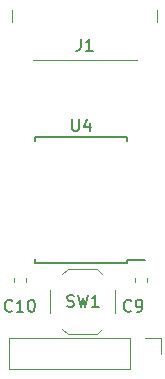
<source format=gbr>
G04 #@! TF.GenerationSoftware,KiCad,Pcbnew,5.0.2+dfsg1-1*
G04 #@! TF.CreationDate,2019-02-05T15:33:20+03:00*
G04 #@! TF.ProjectId,EvilKeys,4576696c-4b65-4797-932e-6b696361645f,1.0*
G04 #@! TF.SameCoordinates,PX7bfa480PY42c1d80*
G04 #@! TF.FileFunction,Legend,Top*
G04 #@! TF.FilePolarity,Positive*
%FSLAX46Y46*%
G04 Gerber Fmt 4.6, Leading zero omitted, Abs format (unit mm)*
G04 Created by KiCad (PCBNEW 5.0.2+dfsg1-1) date Tue 05 Feb 2019 03:33:20 PM MSK*
%MOMM*%
%LPD*%
G01*
G04 APERTURE LIST*
%ADD10C,0.120000*%
%ADD11C,0.150000*%
%ADD12R,1.800000X1.800000*%
%ADD13O,1.800000X1.800000*%
%ADD14R,1.200000X2.600000*%
%ADD15O,2.000000X3.600000*%
%ADD16C,1.200000*%
%ADD17C,0.100000*%
%ADD18C,0.975000*%
%ADD19R,1.600000X0.700000*%
%ADD20R,1.800000X1.100000*%
G04 APERTURE END LIST*
D10*
G04 #@! TO.C,CON1*
X1110000Y-27770000D02*
X1110000Y-30430000D01*
X11330000Y-27770000D02*
X1110000Y-27770000D01*
X11330000Y-30430000D02*
X1110000Y-30430000D01*
X11330000Y-27770000D02*
X11330000Y-30430000D01*
X12600000Y-27770000D02*
X13930000Y-27770000D01*
X13930000Y-27770000D02*
X13930000Y-29100000D01*
G04 #@! TO.C,J1*
X3100000Y-4220000D02*
X11900000Y-4220000D01*
X1355000Y-1050000D02*
X1355000Y0D01*
X13645000Y-1050000D02*
X13645000Y0D01*
G04 #@! TO.C,C9*
X12810000Y-22737221D02*
X12810000Y-23062779D01*
X11790000Y-22737221D02*
X11790000Y-23062779D01*
D11*
G04 #@! TO.C,U4*
X11075000Y-21425000D02*
X11075000Y-21150000D01*
X3325000Y-21425000D02*
X3325000Y-21070000D01*
X3325000Y-10775000D02*
X3325000Y-11130000D01*
X11075000Y-10775000D02*
X11075000Y-11130000D01*
X11075000Y-21425000D02*
X3325000Y-21425000D01*
X11075000Y-10775000D02*
X3325000Y-10775000D01*
X11075000Y-21150000D02*
X12600000Y-21150000D01*
D10*
G04 #@! TO.C,SW1*
X5600000Y-27000000D02*
X6050000Y-27450000D01*
X9000000Y-27000000D02*
X8550000Y-27450000D01*
X9000000Y-22400000D02*
X8550000Y-21950000D01*
X5600000Y-22400000D02*
X6050000Y-21950000D01*
X10050000Y-23700000D02*
X10050000Y-25700000D01*
X6050000Y-27450000D02*
X8550000Y-27450000D01*
X4550000Y-23700000D02*
X4550000Y-25700000D01*
X6050000Y-21950000D02*
X8550000Y-21950000D01*
G04 #@! TO.C,C10*
X1490000Y-23062779D02*
X1490000Y-22737221D01*
X2510000Y-23062779D02*
X2510000Y-22737221D01*
G04 #@! TO.C,J1*
D11*
X7166666Y-2452380D02*
X7166666Y-3166666D01*
X7119047Y-3309523D01*
X7023809Y-3404761D01*
X6880952Y-3452380D01*
X6785714Y-3452380D01*
X8166666Y-3452380D02*
X7595238Y-3452380D01*
X7880952Y-3452380D02*
X7880952Y-2452380D01*
X7785714Y-2595238D01*
X7690476Y-2690476D01*
X7595238Y-2738095D01*
G04 #@! TO.C,C9*
X11433333Y-25457142D02*
X11385714Y-25504761D01*
X11242857Y-25552380D01*
X11147619Y-25552380D01*
X11004761Y-25504761D01*
X10909523Y-25409523D01*
X10861904Y-25314285D01*
X10814285Y-25123809D01*
X10814285Y-24980952D01*
X10861904Y-24790476D01*
X10909523Y-24695238D01*
X11004761Y-24600000D01*
X11147619Y-24552380D01*
X11242857Y-24552380D01*
X11385714Y-24600000D01*
X11433333Y-24647619D01*
X11909523Y-25552380D02*
X12100000Y-25552380D01*
X12195238Y-25504761D01*
X12242857Y-25457142D01*
X12338095Y-25314285D01*
X12385714Y-25123809D01*
X12385714Y-24742857D01*
X12338095Y-24647619D01*
X12290476Y-24600000D01*
X12195238Y-24552380D01*
X12004761Y-24552380D01*
X11909523Y-24600000D01*
X11861904Y-24647619D01*
X11814285Y-24742857D01*
X11814285Y-24980952D01*
X11861904Y-25076190D01*
X11909523Y-25123809D01*
X12004761Y-25171428D01*
X12195238Y-25171428D01*
X12290476Y-25123809D01*
X12338095Y-25076190D01*
X12385714Y-24980952D01*
G04 #@! TO.C,U4*
X6438095Y-9252380D02*
X6438095Y-10061904D01*
X6485714Y-10157142D01*
X6533333Y-10204761D01*
X6628571Y-10252380D01*
X6819047Y-10252380D01*
X6914285Y-10204761D01*
X6961904Y-10157142D01*
X7009523Y-10061904D01*
X7009523Y-9252380D01*
X7914285Y-9585714D02*
X7914285Y-10252380D01*
X7676190Y-9204761D02*
X7438095Y-9919047D01*
X8057142Y-9919047D01*
G04 #@! TO.C,SW1*
X6016666Y-25104761D02*
X6159523Y-25152380D01*
X6397619Y-25152380D01*
X6492857Y-25104761D01*
X6540476Y-25057142D01*
X6588095Y-24961904D01*
X6588095Y-24866666D01*
X6540476Y-24771428D01*
X6492857Y-24723809D01*
X6397619Y-24676190D01*
X6207142Y-24628571D01*
X6111904Y-24580952D01*
X6064285Y-24533333D01*
X6016666Y-24438095D01*
X6016666Y-24342857D01*
X6064285Y-24247619D01*
X6111904Y-24200000D01*
X6207142Y-24152380D01*
X6445238Y-24152380D01*
X6588095Y-24200000D01*
X6921428Y-24152380D02*
X7159523Y-25152380D01*
X7350000Y-24438095D01*
X7540476Y-25152380D01*
X7778571Y-24152380D01*
X8683333Y-25152380D02*
X8111904Y-25152380D01*
X8397619Y-25152380D02*
X8397619Y-24152380D01*
X8302380Y-24295238D01*
X8207142Y-24390476D01*
X8111904Y-24438095D01*
G04 #@! TO.C,C10*
X1357142Y-25457142D02*
X1309523Y-25504761D01*
X1166666Y-25552380D01*
X1071428Y-25552380D01*
X928571Y-25504761D01*
X833333Y-25409523D01*
X785714Y-25314285D01*
X738095Y-25123809D01*
X738095Y-24980952D01*
X785714Y-24790476D01*
X833333Y-24695238D01*
X928571Y-24600000D01*
X1071428Y-24552380D01*
X1166666Y-24552380D01*
X1309523Y-24600000D01*
X1357142Y-24647619D01*
X2309523Y-25552380D02*
X1738095Y-25552380D01*
X2023809Y-25552380D02*
X2023809Y-24552380D01*
X1928571Y-24695238D01*
X1833333Y-24790476D01*
X1738095Y-24838095D01*
X2928571Y-24552380D02*
X3023809Y-24552380D01*
X3119047Y-24600000D01*
X3166666Y-24647619D01*
X3214285Y-24742857D01*
X3261904Y-24933333D01*
X3261904Y-25171428D01*
X3214285Y-25361904D01*
X3166666Y-25457142D01*
X3119047Y-25504761D01*
X3023809Y-25552380D01*
X2928571Y-25552380D01*
X2833333Y-25504761D01*
X2785714Y-25457142D01*
X2738095Y-25361904D01*
X2690476Y-25171428D01*
X2690476Y-24933333D01*
X2738095Y-24742857D01*
X2785714Y-24647619D01*
X2833333Y-24600000D01*
X2928571Y-24552380D01*
G04 #@! TD*
%LPC*%
D12*
G04 #@! TO.C,CON1*
X12600000Y-29100000D03*
D13*
X10060000Y-29100000D03*
X7520000Y-29100000D03*
X4980000Y-29100000D03*
X2440000Y-29100000D03*
G04 #@! TD*
D14*
G04 #@! TO.C,J1*
X6500000Y-5850000D03*
X8500000Y-5850000D03*
X4000000Y-5850000D03*
X11000000Y-5850000D03*
D15*
X1800000Y-3100000D03*
X13200000Y-3100000D03*
D16*
X5200000Y-3100000D03*
X9800000Y-3100000D03*
G04 #@! TD*
D17*
G04 #@! TO.C,C9*
G36*
X12605142Y-21626174D02*
X12628803Y-21629684D01*
X12652007Y-21635496D01*
X12674529Y-21643554D01*
X12696153Y-21653782D01*
X12716670Y-21666079D01*
X12735883Y-21680329D01*
X12753607Y-21696393D01*
X12769671Y-21714117D01*
X12783921Y-21733330D01*
X12796218Y-21753847D01*
X12806446Y-21775471D01*
X12814504Y-21797993D01*
X12820316Y-21821197D01*
X12823826Y-21844858D01*
X12825000Y-21868750D01*
X12825000Y-22356250D01*
X12823826Y-22380142D01*
X12820316Y-22403803D01*
X12814504Y-22427007D01*
X12806446Y-22449529D01*
X12796218Y-22471153D01*
X12783921Y-22491670D01*
X12769671Y-22510883D01*
X12753607Y-22528607D01*
X12735883Y-22544671D01*
X12716670Y-22558921D01*
X12696153Y-22571218D01*
X12674529Y-22581446D01*
X12652007Y-22589504D01*
X12628803Y-22595316D01*
X12605142Y-22598826D01*
X12581250Y-22600000D01*
X12018750Y-22600000D01*
X11994858Y-22598826D01*
X11971197Y-22595316D01*
X11947993Y-22589504D01*
X11925471Y-22581446D01*
X11903847Y-22571218D01*
X11883330Y-22558921D01*
X11864117Y-22544671D01*
X11846393Y-22528607D01*
X11830329Y-22510883D01*
X11816079Y-22491670D01*
X11803782Y-22471153D01*
X11793554Y-22449529D01*
X11785496Y-22427007D01*
X11779684Y-22403803D01*
X11776174Y-22380142D01*
X11775000Y-22356250D01*
X11775000Y-21868750D01*
X11776174Y-21844858D01*
X11779684Y-21821197D01*
X11785496Y-21797993D01*
X11793554Y-21775471D01*
X11803782Y-21753847D01*
X11816079Y-21733330D01*
X11830329Y-21714117D01*
X11846393Y-21696393D01*
X11864117Y-21680329D01*
X11883330Y-21666079D01*
X11903847Y-21653782D01*
X11925471Y-21643554D01*
X11947993Y-21635496D01*
X11971197Y-21629684D01*
X11994858Y-21626174D01*
X12018750Y-21625000D01*
X12581250Y-21625000D01*
X12605142Y-21626174D01*
X12605142Y-21626174D01*
G37*
D18*
X12300000Y-22112500D03*
D17*
G36*
X12605142Y-23201174D02*
X12628803Y-23204684D01*
X12652007Y-23210496D01*
X12674529Y-23218554D01*
X12696153Y-23228782D01*
X12716670Y-23241079D01*
X12735883Y-23255329D01*
X12753607Y-23271393D01*
X12769671Y-23289117D01*
X12783921Y-23308330D01*
X12796218Y-23328847D01*
X12806446Y-23350471D01*
X12814504Y-23372993D01*
X12820316Y-23396197D01*
X12823826Y-23419858D01*
X12825000Y-23443750D01*
X12825000Y-23931250D01*
X12823826Y-23955142D01*
X12820316Y-23978803D01*
X12814504Y-24002007D01*
X12806446Y-24024529D01*
X12796218Y-24046153D01*
X12783921Y-24066670D01*
X12769671Y-24085883D01*
X12753607Y-24103607D01*
X12735883Y-24119671D01*
X12716670Y-24133921D01*
X12696153Y-24146218D01*
X12674529Y-24156446D01*
X12652007Y-24164504D01*
X12628803Y-24170316D01*
X12605142Y-24173826D01*
X12581250Y-24175000D01*
X12018750Y-24175000D01*
X11994858Y-24173826D01*
X11971197Y-24170316D01*
X11947993Y-24164504D01*
X11925471Y-24156446D01*
X11903847Y-24146218D01*
X11883330Y-24133921D01*
X11864117Y-24119671D01*
X11846393Y-24103607D01*
X11830329Y-24085883D01*
X11816079Y-24066670D01*
X11803782Y-24046153D01*
X11793554Y-24024529D01*
X11785496Y-24002007D01*
X11779684Y-23978803D01*
X11776174Y-23955142D01*
X11775000Y-23931250D01*
X11775000Y-23443750D01*
X11776174Y-23419858D01*
X11779684Y-23396197D01*
X11785496Y-23372993D01*
X11793554Y-23350471D01*
X11803782Y-23328847D01*
X11816079Y-23308330D01*
X11830329Y-23289117D01*
X11846393Y-23271393D01*
X11864117Y-23255329D01*
X11883330Y-23241079D01*
X11903847Y-23228782D01*
X11925471Y-23218554D01*
X11947993Y-23210496D01*
X11971197Y-23204684D01*
X11994858Y-23201174D01*
X12018750Y-23200000D01*
X12581250Y-23200000D01*
X12605142Y-23201174D01*
X12605142Y-23201174D01*
G37*
D18*
X12300000Y-23687500D03*
G04 #@! TD*
D19*
G04 #@! TO.C,U4*
X11850000Y-20545000D03*
X11850000Y-19275000D03*
X11850000Y-18005000D03*
X11850000Y-16735000D03*
X11850000Y-15465000D03*
X11850000Y-14195000D03*
X11850000Y-12925000D03*
X11850000Y-11655000D03*
X2550000Y-11655000D03*
X2550000Y-12925000D03*
X2550000Y-14195000D03*
X2550000Y-15465000D03*
X2550000Y-16735000D03*
X2550000Y-18005000D03*
X2550000Y-19275000D03*
X2550000Y-20545000D03*
G04 #@! TD*
D20*
G04 #@! TO.C,SW1*
X4150000Y-22800000D03*
X10450000Y-22800000D03*
X4150000Y-26600000D03*
X10450000Y-26600000D03*
G04 #@! TD*
D17*
G04 #@! TO.C,C10*
G36*
X2305142Y-23201174D02*
X2328803Y-23204684D01*
X2352007Y-23210496D01*
X2374529Y-23218554D01*
X2396153Y-23228782D01*
X2416670Y-23241079D01*
X2435883Y-23255329D01*
X2453607Y-23271393D01*
X2469671Y-23289117D01*
X2483921Y-23308330D01*
X2496218Y-23328847D01*
X2506446Y-23350471D01*
X2514504Y-23372993D01*
X2520316Y-23396197D01*
X2523826Y-23419858D01*
X2525000Y-23443750D01*
X2525000Y-23931250D01*
X2523826Y-23955142D01*
X2520316Y-23978803D01*
X2514504Y-24002007D01*
X2506446Y-24024529D01*
X2496218Y-24046153D01*
X2483921Y-24066670D01*
X2469671Y-24085883D01*
X2453607Y-24103607D01*
X2435883Y-24119671D01*
X2416670Y-24133921D01*
X2396153Y-24146218D01*
X2374529Y-24156446D01*
X2352007Y-24164504D01*
X2328803Y-24170316D01*
X2305142Y-24173826D01*
X2281250Y-24175000D01*
X1718750Y-24175000D01*
X1694858Y-24173826D01*
X1671197Y-24170316D01*
X1647993Y-24164504D01*
X1625471Y-24156446D01*
X1603847Y-24146218D01*
X1583330Y-24133921D01*
X1564117Y-24119671D01*
X1546393Y-24103607D01*
X1530329Y-24085883D01*
X1516079Y-24066670D01*
X1503782Y-24046153D01*
X1493554Y-24024529D01*
X1485496Y-24002007D01*
X1479684Y-23978803D01*
X1476174Y-23955142D01*
X1475000Y-23931250D01*
X1475000Y-23443750D01*
X1476174Y-23419858D01*
X1479684Y-23396197D01*
X1485496Y-23372993D01*
X1493554Y-23350471D01*
X1503782Y-23328847D01*
X1516079Y-23308330D01*
X1530329Y-23289117D01*
X1546393Y-23271393D01*
X1564117Y-23255329D01*
X1583330Y-23241079D01*
X1603847Y-23228782D01*
X1625471Y-23218554D01*
X1647993Y-23210496D01*
X1671197Y-23204684D01*
X1694858Y-23201174D01*
X1718750Y-23200000D01*
X2281250Y-23200000D01*
X2305142Y-23201174D01*
X2305142Y-23201174D01*
G37*
D18*
X2000000Y-23687500D03*
D17*
G36*
X2305142Y-21626174D02*
X2328803Y-21629684D01*
X2352007Y-21635496D01*
X2374529Y-21643554D01*
X2396153Y-21653782D01*
X2416670Y-21666079D01*
X2435883Y-21680329D01*
X2453607Y-21696393D01*
X2469671Y-21714117D01*
X2483921Y-21733330D01*
X2496218Y-21753847D01*
X2506446Y-21775471D01*
X2514504Y-21797993D01*
X2520316Y-21821197D01*
X2523826Y-21844858D01*
X2525000Y-21868750D01*
X2525000Y-22356250D01*
X2523826Y-22380142D01*
X2520316Y-22403803D01*
X2514504Y-22427007D01*
X2506446Y-22449529D01*
X2496218Y-22471153D01*
X2483921Y-22491670D01*
X2469671Y-22510883D01*
X2453607Y-22528607D01*
X2435883Y-22544671D01*
X2416670Y-22558921D01*
X2396153Y-22571218D01*
X2374529Y-22581446D01*
X2352007Y-22589504D01*
X2328803Y-22595316D01*
X2305142Y-22598826D01*
X2281250Y-22600000D01*
X1718750Y-22600000D01*
X1694858Y-22598826D01*
X1671197Y-22595316D01*
X1647993Y-22589504D01*
X1625471Y-22581446D01*
X1603847Y-22571218D01*
X1583330Y-22558921D01*
X1564117Y-22544671D01*
X1546393Y-22528607D01*
X1530329Y-22510883D01*
X1516079Y-22491670D01*
X1503782Y-22471153D01*
X1493554Y-22449529D01*
X1485496Y-22427007D01*
X1479684Y-22403803D01*
X1476174Y-22380142D01*
X1475000Y-22356250D01*
X1475000Y-21868750D01*
X1476174Y-21844858D01*
X1479684Y-21821197D01*
X1485496Y-21797993D01*
X1493554Y-21775471D01*
X1503782Y-21753847D01*
X1516079Y-21733330D01*
X1530329Y-21714117D01*
X1546393Y-21696393D01*
X1564117Y-21680329D01*
X1583330Y-21666079D01*
X1603847Y-21653782D01*
X1625471Y-21643554D01*
X1647993Y-21635496D01*
X1671197Y-21629684D01*
X1694858Y-21626174D01*
X1718750Y-21625000D01*
X2281250Y-21625000D01*
X2305142Y-21626174D01*
X2305142Y-21626174D01*
G37*
D18*
X2000000Y-22112500D03*
G04 #@! TD*
M02*

</source>
